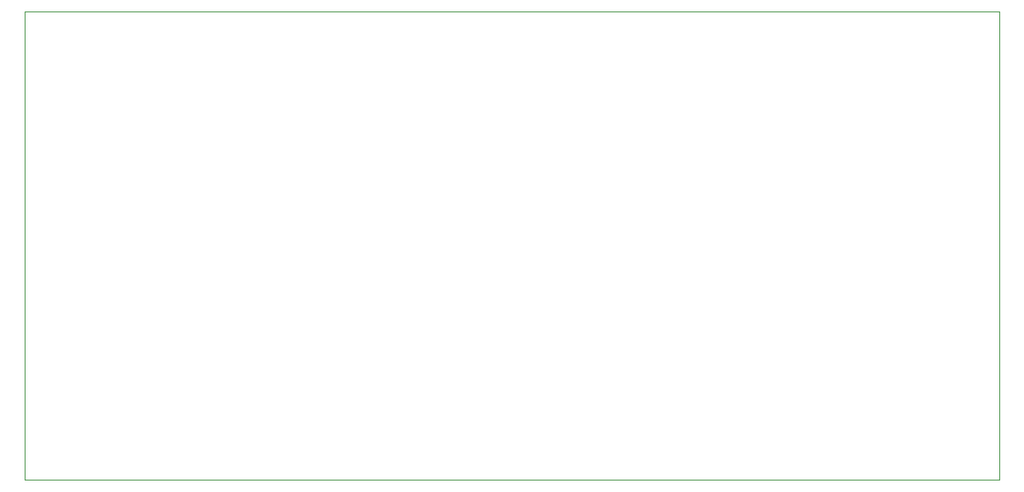
<source format=gbr>
G04 #@! TF.GenerationSoftware,KiCad,Pcbnew,(5.1.10)-1*
G04 #@! TF.CreationDate,2021-07-17T12:22:58+02:00*
G04 #@! TF.ProjectId,BCPEHUB1,42435045-4855-4423-912e-6b696361645f,rev?*
G04 #@! TF.SameCoordinates,Original*
G04 #@! TF.FileFunction,Profile,NP*
%FSLAX46Y46*%
G04 Gerber Fmt 4.6, Leading zero omitted, Abs format (unit mm)*
G04 Created by KiCad (PCBNEW (5.1.10)-1) date 2021-07-17 12:22:58*
%MOMM*%
%LPD*%
G01*
G04 APERTURE LIST*
G04 #@! TA.AperFunction,Profile*
%ADD10C,0.050000*%
G04 #@! TD*
G04 APERTURE END LIST*
D10*
X97790000Y-74930000D02*
X198120000Y-74930000D01*
X97790000Y-123190000D02*
X97790000Y-74930000D01*
X198120000Y-123190000D02*
X97790000Y-123190000D01*
X198120000Y-74930000D02*
X198120000Y-123190000D01*
M02*

</source>
